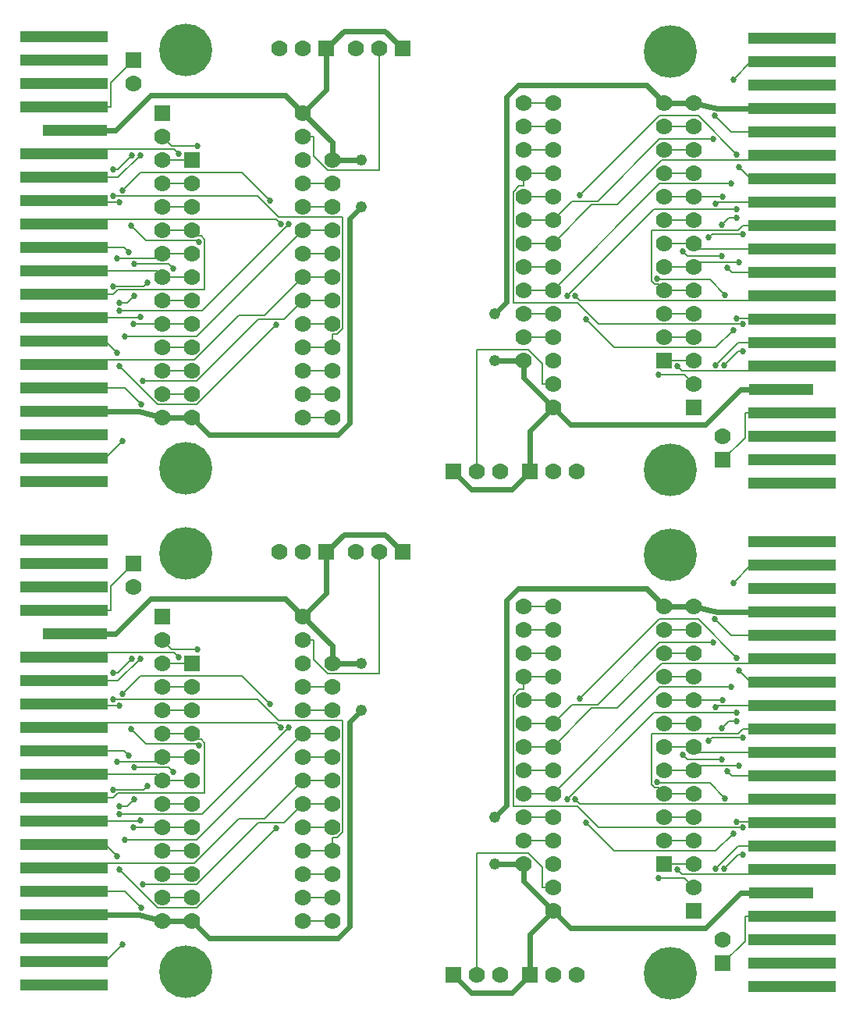
<source format=gbr>
%TF.GenerationSoftware,KiCad,Pcbnew,(5.1.10)-1*%
%TF.CreationDate,2022-10-07T13:26:38-03:00*%
%TF.ProjectId,CoCoEPROMpak,436f436f-4550-4524-9f4d-70616b2e6b69,rev?*%
%TF.SameCoordinates,Original*%
%TF.FileFunction,Copper,L1,Top*%
%TF.FilePolarity,Positive*%
%FSLAX46Y46*%
G04 Gerber Fmt 4.6, Leading zero omitted, Abs format (unit mm)*
G04 Created by KiCad (PCBNEW (5.1.10)-1) date 2022-10-07 13:26:38*
%MOMM*%
%LPD*%
G01*
G04 APERTURE LIST*
%TA.AperFunction,ComponentPad*%
%ADD10C,1.219200*%
%TD*%
%TA.AperFunction,ComponentPad*%
%ADD11R,1.778000X1.778000*%
%TD*%
%TA.AperFunction,ComponentPad*%
%ADD12C,1.778000*%
%TD*%
%TA.AperFunction,SMDPad,CuDef*%
%ADD13R,9.525000X1.270000*%
%TD*%
%TA.AperFunction,SMDPad,CuDef*%
%ADD14R,6.985000X1.270000*%
%TD*%
%TA.AperFunction,ComponentPad*%
%ADD15C,5.715000*%
%TD*%
%TA.AperFunction,ViaPad*%
%ADD16C,0.685800*%
%TD*%
%TA.AperFunction,Conductor*%
%ADD17C,0.609600*%
%TD*%
%TA.AperFunction,Conductor*%
%ADD18C,0.152400*%
%TD*%
G04 APERTURE END LIST*
D10*
%TO.P,C1,1*%
%TO.N,+5V*%
X134213600Y-130263900D03*
%TO.P,C1,2*%
%TO.N,GND*%
X134213600Y-125183900D03*
%TD*%
D11*
%TO.P,U2,1*%
%TO.N,Net-(JP3-Pad2)*%
X155803600Y-135343900D03*
D12*
%TO.P,U2,2*%
%TO.N,/A12*%
X155803600Y-132803900D03*
%TO.P,U2,7*%
%TO.N,/A3*%
X155803600Y-120103900D03*
%TO.P,U2,8*%
%TO.N,/A2*%
X155803600Y-117563900D03*
%TO.P,U2,3*%
%TO.N,/A7*%
X155803600Y-130263900D03*
%TO.P,U2,4*%
%TO.N,/A6*%
X155803600Y-127723900D03*
%TO.P,U2,6*%
%TO.N,/A4*%
X155803600Y-122643900D03*
%TO.P,U2,5*%
%TO.N,/A5*%
X155803600Y-125183900D03*
%TO.P,U2,9*%
%TO.N,/A1*%
X155803600Y-115023900D03*
%TO.P,U2,10*%
%TO.N,/A0*%
X155803600Y-112483900D03*
%TO.P,U2,11*%
%TO.N,/D0*%
X155803600Y-109943900D03*
%TO.P,U2,12*%
%TO.N,/D1*%
X155803600Y-107403900D03*
%TO.P,U2,13*%
%TO.N,/D2*%
X155803600Y-104863900D03*
%TO.P,U2,14*%
%TO.N,GND*%
X155803600Y-102323900D03*
%TO.P,U2,15*%
%TO.N,/D3*%
X140563600Y-102323900D03*
%TO.P,U2,16*%
%TO.N,/D4*%
X140563600Y-104863900D03*
%TO.P,U2,17*%
%TO.N,/D5*%
X140563600Y-107403900D03*
%TO.P,U2,18*%
%TO.N,/D6*%
X140563600Y-109943900D03*
%TO.P,U2,19*%
%TO.N,/D7*%
X140563600Y-112483900D03*
%TO.P,U2,20*%
%TO.N,Net-(P1-Pad32)*%
X140563600Y-115023900D03*
%TO.P,U2,21*%
%TO.N,/A10*%
X140563600Y-117563900D03*
%TO.P,U2,22*%
%TO.N,Net-(P1-Pad32)*%
X140563600Y-120103900D03*
%TO.P,U2,23*%
%TO.N,/A11*%
X140563600Y-122643900D03*
%TO.P,U2,24*%
%TO.N,/A9*%
X140563600Y-125183900D03*
%TO.P,U2,25*%
%TO.N,/A8*%
X140563600Y-127723900D03*
%TO.P,U2,26*%
%TO.N,/A13*%
X140563600Y-130263900D03*
%TO.P,U2,27*%
%TO.N,Net-(JP2-Pad2)*%
X140563600Y-132803900D03*
%TO.P,U2,28*%
%TO.N,+5V*%
X140563600Y-135343900D03*
%TD*%
D11*
%TO.P,JP1,1*%
%TO.N,Net-(JP1-Pad1)*%
X158978600Y-141058900D03*
D12*
%TO.P,JP1,2*%
%TO.N,Net-(JP1-Pad2)*%
X158978600Y-138518900D03*
%TD*%
D13*
%TO.P,P1,1*%
%TO.N,Net-(P1-Pad1)*%
X166471600Y-143598900D03*
%TO.P,P1,3*%
%TO.N,Net-(P1-Pad3)*%
X166471600Y-141058900D03*
%TO.P,P1,5*%
%TO.N,Net-(P1-Pad5)*%
X166471600Y-138518900D03*
%TO.P,P1,7*%
%TO.N,Net-(JP1-Pad1)*%
X166471600Y-135978900D03*
D14*
%TO.P,P1,9*%
%TO.N,+5V*%
X165328600Y-133438900D03*
D13*
%TO.P,P1,11*%
%TO.N,/D1*%
X166471600Y-130898900D03*
%TO.P,P1,13*%
%TO.N,/D3*%
X166471600Y-128358900D03*
%TO.P,P1,15*%
%TO.N,/D5*%
X166471600Y-125818900D03*
%TO.P,P1,17*%
%TO.N,/D7*%
X166471600Y-123278900D03*
%TO.P,P1,19*%
%TO.N,/A0*%
X166471600Y-120738900D03*
%TO.P,P1,21*%
%TO.N,/A2*%
X166471600Y-118198900D03*
%TO.P,P1,23*%
%TO.N,/A4*%
X166471600Y-115658900D03*
%TO.P,P1,25*%
%TO.N,/A6*%
X166471600Y-113118900D03*
%TO.P,P1,27*%
%TO.N,/A8*%
X166471600Y-110578900D03*
%TO.P,P1,29*%
%TO.N,/A10*%
X166471600Y-108038900D03*
%TO.P,P1,31*%
%TO.N,/A12*%
X166471600Y-105498900D03*
%TO.P,P1,33*%
%TO.N,GND*%
X166471600Y-102958900D03*
%TO.P,P1,35*%
%TO.N,Net-(P1-Pad35)*%
X166471600Y-100418900D03*
%TO.P,P1,37*%
%TO.N,/A13*%
X166471600Y-97878900D03*
%TO.P,P1,39*%
%TO.N,Net-(P1-Pad39)*%
X166471600Y-95338900D03*
D15*
%TO.P,P1,MTG1*%
%TO.N,Net-(P1-PadMTG1)*%
X153263600Y-142138400D03*
%TO.P,P1,MTG2*%
%TO.N,Net-(P1-PadMTG2)*%
X153263600Y-96799400D03*
%TD*%
D11*
%TO.P,JP3,1*%
%TO.N,+5V*%
X138023600Y-142328900D03*
D12*
%TO.P,JP3,2*%
%TO.N,Net-(JP3-Pad2)*%
X140563600Y-142328900D03*
%TO.P,JP3,3*%
%TO.N,GND*%
X143103600Y-142328900D03*
%TD*%
D11*
%TO.P,JP2,1*%
%TO.N,+5V*%
X129768600Y-142328900D03*
D12*
%TO.P,JP2,2*%
%TO.N,Net-(JP2-Pad2)*%
X132308600Y-142328900D03*
%TO.P,JP2,3*%
%TO.N,GND*%
X134848600Y-142328900D03*
%TD*%
D11*
%TO.P,U1,1*%
%TO.N,/A7*%
X152628600Y-130263900D03*
D12*
%TO.P,U1,2*%
%TO.N,/A6*%
X152628600Y-127723900D03*
%TO.P,U1,7*%
%TO.N,/A1*%
X152628600Y-115023900D03*
%TO.P,U1,8*%
%TO.N,/A0*%
X152628600Y-112483900D03*
%TO.P,U1,3*%
%TO.N,/A5*%
X152628600Y-125183900D03*
%TO.P,U1,4*%
%TO.N,/A4*%
X152628600Y-122643900D03*
%TO.P,U1,6*%
%TO.N,/A2*%
X152628600Y-117563900D03*
%TO.P,U1,5*%
%TO.N,/A3*%
X152628600Y-120103900D03*
%TO.P,U1,9*%
%TO.N,/D0*%
X152628600Y-109943900D03*
%TO.P,U1,10*%
%TO.N,/D1*%
X152628600Y-107403900D03*
%TO.P,U1,11*%
%TO.N,/D2*%
X152628600Y-104863900D03*
%TO.P,U1,12*%
%TO.N,GND*%
X152628600Y-102323900D03*
%TO.P,U1,13*%
%TO.N,/D3*%
X137388600Y-102323900D03*
%TO.P,U1,14*%
%TO.N,/D4*%
X137388600Y-104863900D03*
%TO.P,U1,15*%
%TO.N,/D5*%
X137388600Y-107403900D03*
%TO.P,U1,16*%
%TO.N,/D6*%
X137388600Y-109943900D03*
%TO.P,U1,17*%
%TO.N,/D7*%
X137388600Y-112483900D03*
%TO.P,U1,18*%
%TO.N,Net-(P1-Pad32)*%
X137388600Y-115023900D03*
%TO.P,U1,19*%
%TO.N,/A10*%
X137388600Y-117563900D03*
%TO.P,U1,20*%
%TO.N,Net-(P1-Pad32)*%
X137388600Y-120103900D03*
%TO.P,U1,21*%
%TO.N,/A11*%
X137388600Y-122643900D03*
%TO.P,U1,22*%
%TO.N,/A9*%
X137388600Y-125183900D03*
%TO.P,U1,23*%
%TO.N,/A8*%
X137388600Y-127723900D03*
%TO.P,U1,24*%
%TO.N,+5V*%
X137388600Y-130263900D03*
%TD*%
D15*
%TO.P,P1,MTG2*%
%TO.N,Net-(P1-PadMTG2)*%
X153263600Y-42189400D03*
%TO.P,P1,MTG1*%
%TO.N,Net-(P1-PadMTG1)*%
X153263600Y-87528400D03*
D13*
%TO.P,P1,39*%
%TO.N,Net-(P1-Pad39)*%
X166471600Y-40728900D03*
%TO.P,P1,37*%
%TO.N,/A13*%
X166471600Y-43268900D03*
%TO.P,P1,35*%
%TO.N,Net-(P1-Pad35)*%
X166471600Y-45808900D03*
%TO.P,P1,33*%
%TO.N,GND*%
X166471600Y-48348900D03*
%TO.P,P1,31*%
%TO.N,/A12*%
X166471600Y-50888900D03*
%TO.P,P1,29*%
%TO.N,/A10*%
X166471600Y-53428900D03*
%TO.P,P1,27*%
%TO.N,/A8*%
X166471600Y-55968900D03*
%TO.P,P1,25*%
%TO.N,/A6*%
X166471600Y-58508900D03*
%TO.P,P1,23*%
%TO.N,/A4*%
X166471600Y-61048900D03*
%TO.P,P1,21*%
%TO.N,/A2*%
X166471600Y-63588900D03*
%TO.P,P1,19*%
%TO.N,/A0*%
X166471600Y-66128900D03*
%TO.P,P1,17*%
%TO.N,/D7*%
X166471600Y-68668900D03*
%TO.P,P1,15*%
%TO.N,/D5*%
X166471600Y-71208900D03*
%TO.P,P1,13*%
%TO.N,/D3*%
X166471600Y-73748900D03*
%TO.P,P1,11*%
%TO.N,/D1*%
X166471600Y-76288900D03*
D14*
%TO.P,P1,9*%
%TO.N,+5V*%
X165328600Y-78828900D03*
D13*
%TO.P,P1,7*%
%TO.N,Net-(JP1-Pad1)*%
X166471600Y-81368900D03*
%TO.P,P1,5*%
%TO.N,Net-(P1-Pad5)*%
X166471600Y-83908900D03*
%TO.P,P1,3*%
%TO.N,Net-(P1-Pad3)*%
X166471600Y-86448900D03*
%TO.P,P1,1*%
%TO.N,Net-(P1-Pad1)*%
X166471600Y-88988900D03*
%TD*%
D12*
%TO.P,U1,24*%
%TO.N,+5V*%
X137388600Y-75653900D03*
%TO.P,U1,23*%
%TO.N,/A8*%
X137388600Y-73113900D03*
%TO.P,U1,22*%
%TO.N,/A9*%
X137388600Y-70573900D03*
%TO.P,U1,21*%
%TO.N,/A11*%
X137388600Y-68033900D03*
%TO.P,U1,20*%
%TO.N,Net-(P1-Pad32)*%
X137388600Y-65493900D03*
%TO.P,U1,19*%
%TO.N,/A10*%
X137388600Y-62953900D03*
%TO.P,U1,18*%
%TO.N,Net-(P1-Pad32)*%
X137388600Y-60413900D03*
%TO.P,U1,17*%
%TO.N,/D7*%
X137388600Y-57873900D03*
%TO.P,U1,16*%
%TO.N,/D6*%
X137388600Y-55333900D03*
%TO.P,U1,15*%
%TO.N,/D5*%
X137388600Y-52793900D03*
%TO.P,U1,14*%
%TO.N,/D4*%
X137388600Y-50253900D03*
%TO.P,U1,13*%
%TO.N,/D3*%
X137388600Y-47713900D03*
%TO.P,U1,12*%
%TO.N,GND*%
X152628600Y-47713900D03*
%TO.P,U1,11*%
%TO.N,/D2*%
X152628600Y-50253900D03*
%TO.P,U1,10*%
%TO.N,/D1*%
X152628600Y-52793900D03*
%TO.P,U1,9*%
%TO.N,/D0*%
X152628600Y-55333900D03*
%TO.P,U1,5*%
%TO.N,/A3*%
X152628600Y-65493900D03*
%TO.P,U1,6*%
%TO.N,/A2*%
X152628600Y-62953900D03*
%TO.P,U1,4*%
%TO.N,/A4*%
X152628600Y-68033900D03*
%TO.P,U1,3*%
%TO.N,/A5*%
X152628600Y-70573900D03*
%TO.P,U1,8*%
%TO.N,/A0*%
X152628600Y-57873900D03*
%TO.P,U1,7*%
%TO.N,/A1*%
X152628600Y-60413900D03*
%TO.P,U1,2*%
%TO.N,/A6*%
X152628600Y-73113900D03*
D11*
%TO.P,U1,1*%
%TO.N,/A7*%
X152628600Y-75653900D03*
%TD*%
D12*
%TO.P,JP1,2*%
%TO.N,Net-(JP1-Pad2)*%
X158978600Y-83908900D03*
D11*
%TO.P,JP1,1*%
%TO.N,Net-(JP1-Pad1)*%
X158978600Y-86448900D03*
%TD*%
D10*
%TO.P,C1,2*%
%TO.N,GND*%
X134213600Y-70573900D03*
%TO.P,C1,1*%
%TO.N,+5V*%
X134213600Y-75653900D03*
%TD*%
D12*
%TO.P,U2,28*%
%TO.N,+5V*%
X140563600Y-80733900D03*
%TO.P,U2,27*%
%TO.N,Net-(JP2-Pad2)*%
X140563600Y-78193900D03*
%TO.P,U2,26*%
%TO.N,/A13*%
X140563600Y-75653900D03*
%TO.P,U2,25*%
%TO.N,/A8*%
X140563600Y-73113900D03*
%TO.P,U2,24*%
%TO.N,/A9*%
X140563600Y-70573900D03*
%TO.P,U2,23*%
%TO.N,/A11*%
X140563600Y-68033900D03*
%TO.P,U2,22*%
%TO.N,Net-(P1-Pad32)*%
X140563600Y-65493900D03*
%TO.P,U2,21*%
%TO.N,/A10*%
X140563600Y-62953900D03*
%TO.P,U2,20*%
%TO.N,Net-(P1-Pad32)*%
X140563600Y-60413900D03*
%TO.P,U2,19*%
%TO.N,/D7*%
X140563600Y-57873900D03*
%TO.P,U2,18*%
%TO.N,/D6*%
X140563600Y-55333900D03*
%TO.P,U2,17*%
%TO.N,/D5*%
X140563600Y-52793900D03*
%TO.P,U2,16*%
%TO.N,/D4*%
X140563600Y-50253900D03*
%TO.P,U2,15*%
%TO.N,/D3*%
X140563600Y-47713900D03*
%TO.P,U2,14*%
%TO.N,GND*%
X155803600Y-47713900D03*
%TO.P,U2,13*%
%TO.N,/D2*%
X155803600Y-50253900D03*
%TO.P,U2,12*%
%TO.N,/D1*%
X155803600Y-52793900D03*
%TO.P,U2,11*%
%TO.N,/D0*%
X155803600Y-55333900D03*
%TO.P,U2,10*%
%TO.N,/A0*%
X155803600Y-57873900D03*
%TO.P,U2,9*%
%TO.N,/A1*%
X155803600Y-60413900D03*
%TO.P,U2,5*%
%TO.N,/A5*%
X155803600Y-70573900D03*
%TO.P,U2,6*%
%TO.N,/A4*%
X155803600Y-68033900D03*
%TO.P,U2,4*%
%TO.N,/A6*%
X155803600Y-73113900D03*
%TO.P,U2,3*%
%TO.N,/A7*%
X155803600Y-75653900D03*
%TO.P,U2,8*%
%TO.N,/A2*%
X155803600Y-62953900D03*
%TO.P,U2,7*%
%TO.N,/A3*%
X155803600Y-65493900D03*
%TO.P,U2,2*%
%TO.N,/A12*%
X155803600Y-78193900D03*
D11*
%TO.P,U2,1*%
%TO.N,Net-(JP3-Pad2)*%
X155803600Y-80733900D03*
%TD*%
D12*
%TO.P,JP3,3*%
%TO.N,GND*%
X143103600Y-87718900D03*
%TO.P,JP3,2*%
%TO.N,Net-(JP3-Pad2)*%
X140563600Y-87718900D03*
D11*
%TO.P,JP3,1*%
%TO.N,+5V*%
X138023600Y-87718900D03*
%TD*%
D12*
%TO.P,JP2,3*%
%TO.N,GND*%
X134848600Y-87718900D03*
%TO.P,JP2,2*%
%TO.N,Net-(JP2-Pad2)*%
X132308600Y-87718900D03*
D11*
%TO.P,JP2,1*%
%TO.N,+5V*%
X129768600Y-87718900D03*
%TD*%
D10*
%TO.P,C1,1*%
%TO.N,+5V*%
X119786400Y-108496100D03*
%TO.P,C1,2*%
%TO.N,GND*%
X119786400Y-113576100D03*
%TD*%
D11*
%TO.P,U2,1*%
%TO.N,Net-(JP3-Pad2)*%
X98196400Y-103416100D03*
D12*
%TO.P,U2,2*%
%TO.N,/A12*%
X98196400Y-105956100D03*
%TO.P,U2,7*%
%TO.N,/A3*%
X98196400Y-118656100D03*
%TO.P,U2,8*%
%TO.N,/A2*%
X98196400Y-121196100D03*
%TO.P,U2,3*%
%TO.N,/A7*%
X98196400Y-108496100D03*
%TO.P,U2,4*%
%TO.N,/A6*%
X98196400Y-111036100D03*
%TO.P,U2,6*%
%TO.N,/A4*%
X98196400Y-116116100D03*
%TO.P,U2,5*%
%TO.N,/A5*%
X98196400Y-113576100D03*
%TO.P,U2,9*%
%TO.N,/A1*%
X98196400Y-123736100D03*
%TO.P,U2,10*%
%TO.N,/A0*%
X98196400Y-126276100D03*
%TO.P,U2,11*%
%TO.N,/D0*%
X98196400Y-128816100D03*
%TO.P,U2,12*%
%TO.N,/D1*%
X98196400Y-131356100D03*
%TO.P,U2,13*%
%TO.N,/D2*%
X98196400Y-133896100D03*
%TO.P,U2,14*%
%TO.N,GND*%
X98196400Y-136436100D03*
%TO.P,U2,15*%
%TO.N,/D3*%
X113436400Y-136436100D03*
%TO.P,U2,16*%
%TO.N,/D4*%
X113436400Y-133896100D03*
%TO.P,U2,17*%
%TO.N,/D5*%
X113436400Y-131356100D03*
%TO.P,U2,18*%
%TO.N,/D6*%
X113436400Y-128816100D03*
%TO.P,U2,19*%
%TO.N,/D7*%
X113436400Y-126276100D03*
%TO.P,U2,20*%
%TO.N,Net-(P1-Pad32)*%
X113436400Y-123736100D03*
%TO.P,U2,21*%
%TO.N,/A10*%
X113436400Y-121196100D03*
%TO.P,U2,22*%
%TO.N,Net-(P1-Pad32)*%
X113436400Y-118656100D03*
%TO.P,U2,23*%
%TO.N,/A11*%
X113436400Y-116116100D03*
%TO.P,U2,24*%
%TO.N,/A9*%
X113436400Y-113576100D03*
%TO.P,U2,25*%
%TO.N,/A8*%
X113436400Y-111036100D03*
%TO.P,U2,26*%
%TO.N,/A13*%
X113436400Y-108496100D03*
%TO.P,U2,27*%
%TO.N,Net-(JP2-Pad2)*%
X113436400Y-105956100D03*
%TO.P,U2,28*%
%TO.N,+5V*%
X113436400Y-103416100D03*
%TD*%
D11*
%TO.P,JP1,1*%
%TO.N,Net-(JP1-Pad1)*%
X95021400Y-97701100D03*
D12*
%TO.P,JP1,2*%
%TO.N,Net-(JP1-Pad2)*%
X95021400Y-100241100D03*
%TD*%
D13*
%TO.P,P1,1*%
%TO.N,Net-(P1-Pad1)*%
X87528400Y-95161100D03*
%TO.P,P1,3*%
%TO.N,Net-(P1-Pad3)*%
X87528400Y-97701100D03*
%TO.P,P1,5*%
%TO.N,Net-(P1-Pad5)*%
X87528400Y-100241100D03*
%TO.P,P1,7*%
%TO.N,Net-(JP1-Pad1)*%
X87528400Y-102781100D03*
D14*
%TO.P,P1,9*%
%TO.N,+5V*%
X88671400Y-105321100D03*
D13*
%TO.P,P1,11*%
%TO.N,/D1*%
X87528400Y-107861100D03*
%TO.P,P1,13*%
%TO.N,/D3*%
X87528400Y-110401100D03*
%TO.P,P1,15*%
%TO.N,/D5*%
X87528400Y-112941100D03*
%TO.P,P1,17*%
%TO.N,/D7*%
X87528400Y-115481100D03*
%TO.P,P1,19*%
%TO.N,/A0*%
X87528400Y-118021100D03*
%TO.P,P1,21*%
%TO.N,/A2*%
X87528400Y-120561100D03*
%TO.P,P1,23*%
%TO.N,/A4*%
X87528400Y-123101100D03*
%TO.P,P1,25*%
%TO.N,/A6*%
X87528400Y-125641100D03*
%TO.P,P1,27*%
%TO.N,/A8*%
X87528400Y-128181100D03*
%TO.P,P1,29*%
%TO.N,/A10*%
X87528400Y-130721100D03*
%TO.P,P1,31*%
%TO.N,/A12*%
X87528400Y-133261100D03*
%TO.P,P1,33*%
%TO.N,GND*%
X87528400Y-135801100D03*
%TO.P,P1,35*%
%TO.N,Net-(P1-Pad35)*%
X87528400Y-138341100D03*
%TO.P,P1,37*%
%TO.N,/A13*%
X87528400Y-140881100D03*
%TO.P,P1,39*%
%TO.N,Net-(P1-Pad39)*%
X87528400Y-143421100D03*
D15*
%TO.P,P1,MTG1*%
%TO.N,Net-(P1-PadMTG1)*%
X100736400Y-96621600D03*
%TO.P,P1,MTG2*%
%TO.N,Net-(P1-PadMTG2)*%
X100736400Y-141960600D03*
%TD*%
D11*
%TO.P,JP3,1*%
%TO.N,+5V*%
X115976400Y-96431100D03*
D12*
%TO.P,JP3,2*%
%TO.N,Net-(JP3-Pad2)*%
X113436400Y-96431100D03*
%TO.P,JP3,3*%
%TO.N,GND*%
X110896400Y-96431100D03*
%TD*%
D11*
%TO.P,JP2,1*%
%TO.N,+5V*%
X124231400Y-96431100D03*
D12*
%TO.P,JP2,2*%
%TO.N,Net-(JP2-Pad2)*%
X121691400Y-96431100D03*
%TO.P,JP2,3*%
%TO.N,GND*%
X119151400Y-96431100D03*
%TD*%
D11*
%TO.P,U1,1*%
%TO.N,/A7*%
X101371400Y-108496100D03*
D12*
%TO.P,U1,2*%
%TO.N,/A6*%
X101371400Y-111036100D03*
%TO.P,U1,7*%
%TO.N,/A1*%
X101371400Y-123736100D03*
%TO.P,U1,8*%
%TO.N,/A0*%
X101371400Y-126276100D03*
%TO.P,U1,3*%
%TO.N,/A5*%
X101371400Y-113576100D03*
%TO.P,U1,4*%
%TO.N,/A4*%
X101371400Y-116116100D03*
%TO.P,U1,6*%
%TO.N,/A2*%
X101371400Y-121196100D03*
%TO.P,U1,5*%
%TO.N,/A3*%
X101371400Y-118656100D03*
%TO.P,U1,9*%
%TO.N,/D0*%
X101371400Y-128816100D03*
%TO.P,U1,10*%
%TO.N,/D1*%
X101371400Y-131356100D03*
%TO.P,U1,11*%
%TO.N,/D2*%
X101371400Y-133896100D03*
%TO.P,U1,12*%
%TO.N,GND*%
X101371400Y-136436100D03*
%TO.P,U1,13*%
%TO.N,/D3*%
X116611400Y-136436100D03*
%TO.P,U1,14*%
%TO.N,/D4*%
X116611400Y-133896100D03*
%TO.P,U1,15*%
%TO.N,/D5*%
X116611400Y-131356100D03*
%TO.P,U1,16*%
%TO.N,/D6*%
X116611400Y-128816100D03*
%TO.P,U1,17*%
%TO.N,/D7*%
X116611400Y-126276100D03*
%TO.P,U1,18*%
%TO.N,Net-(P1-Pad32)*%
X116611400Y-123736100D03*
%TO.P,U1,19*%
%TO.N,/A10*%
X116611400Y-121196100D03*
%TO.P,U1,20*%
%TO.N,Net-(P1-Pad32)*%
X116611400Y-118656100D03*
%TO.P,U1,21*%
%TO.N,/A11*%
X116611400Y-116116100D03*
%TO.P,U1,22*%
%TO.N,/A9*%
X116611400Y-113576100D03*
%TO.P,U1,23*%
%TO.N,/A8*%
X116611400Y-111036100D03*
%TO.P,U1,24*%
%TO.N,+5V*%
X116611400Y-108496100D03*
%TD*%
D15*
%TO.P,P1,MTG2*%
%TO.N,Net-(P1-PadMTG2)*%
X100736400Y-87350600D03*
%TO.P,P1,MTG1*%
%TO.N,Net-(P1-PadMTG1)*%
X100736400Y-42011600D03*
D13*
%TO.P,P1,39*%
%TO.N,Net-(P1-Pad39)*%
X87528400Y-88811100D03*
%TO.P,P1,37*%
%TO.N,/A13*%
X87528400Y-86271100D03*
%TO.P,P1,35*%
%TO.N,Net-(P1-Pad35)*%
X87528400Y-83731100D03*
%TO.P,P1,33*%
%TO.N,GND*%
X87528400Y-81191100D03*
%TO.P,P1,31*%
%TO.N,/A12*%
X87528400Y-78651100D03*
%TO.P,P1,29*%
%TO.N,/A10*%
X87528400Y-76111100D03*
%TO.P,P1,27*%
%TO.N,/A8*%
X87528400Y-73571100D03*
%TO.P,P1,25*%
%TO.N,/A6*%
X87528400Y-71031100D03*
%TO.P,P1,23*%
%TO.N,/A4*%
X87528400Y-68491100D03*
%TO.P,P1,21*%
%TO.N,/A2*%
X87528400Y-65951100D03*
%TO.P,P1,19*%
%TO.N,/A0*%
X87528400Y-63411100D03*
%TO.P,P1,17*%
%TO.N,/D7*%
X87528400Y-60871100D03*
%TO.P,P1,15*%
%TO.N,/D5*%
X87528400Y-58331100D03*
%TO.P,P1,13*%
%TO.N,/D3*%
X87528400Y-55791100D03*
%TO.P,P1,11*%
%TO.N,/D1*%
X87528400Y-53251100D03*
D14*
%TO.P,P1,9*%
%TO.N,+5V*%
X88671400Y-50711100D03*
D13*
%TO.P,P1,7*%
%TO.N,Net-(JP1-Pad1)*%
X87528400Y-48171100D03*
%TO.P,P1,5*%
%TO.N,Net-(P1-Pad5)*%
X87528400Y-45631100D03*
%TO.P,P1,3*%
%TO.N,Net-(P1-Pad3)*%
X87528400Y-43091100D03*
%TO.P,P1,1*%
%TO.N,Net-(P1-Pad1)*%
X87528400Y-40551100D03*
%TD*%
D12*
%TO.P,U1,24*%
%TO.N,+5V*%
X116611400Y-53886100D03*
%TO.P,U1,23*%
%TO.N,/A8*%
X116611400Y-56426100D03*
%TO.P,U1,22*%
%TO.N,/A9*%
X116611400Y-58966100D03*
%TO.P,U1,21*%
%TO.N,/A11*%
X116611400Y-61506100D03*
%TO.P,U1,20*%
%TO.N,Net-(P1-Pad32)*%
X116611400Y-64046100D03*
%TO.P,U1,19*%
%TO.N,/A10*%
X116611400Y-66586100D03*
%TO.P,U1,18*%
%TO.N,Net-(P1-Pad32)*%
X116611400Y-69126100D03*
%TO.P,U1,17*%
%TO.N,/D7*%
X116611400Y-71666100D03*
%TO.P,U1,16*%
%TO.N,/D6*%
X116611400Y-74206100D03*
%TO.P,U1,15*%
%TO.N,/D5*%
X116611400Y-76746100D03*
%TO.P,U1,14*%
%TO.N,/D4*%
X116611400Y-79286100D03*
%TO.P,U1,13*%
%TO.N,/D3*%
X116611400Y-81826100D03*
%TO.P,U1,12*%
%TO.N,GND*%
X101371400Y-81826100D03*
%TO.P,U1,11*%
%TO.N,/D2*%
X101371400Y-79286100D03*
%TO.P,U1,10*%
%TO.N,/D1*%
X101371400Y-76746100D03*
%TO.P,U1,9*%
%TO.N,/D0*%
X101371400Y-74206100D03*
%TO.P,U1,5*%
%TO.N,/A3*%
X101371400Y-64046100D03*
%TO.P,U1,6*%
%TO.N,/A2*%
X101371400Y-66586100D03*
%TO.P,U1,4*%
%TO.N,/A4*%
X101371400Y-61506100D03*
%TO.P,U1,3*%
%TO.N,/A5*%
X101371400Y-58966100D03*
%TO.P,U1,8*%
%TO.N,/A0*%
X101371400Y-71666100D03*
%TO.P,U1,7*%
%TO.N,/A1*%
X101371400Y-69126100D03*
%TO.P,U1,2*%
%TO.N,/A6*%
X101371400Y-56426100D03*
D11*
%TO.P,U1,1*%
%TO.N,/A7*%
X101371400Y-53886100D03*
%TD*%
D10*
%TO.P,C1,2*%
%TO.N,GND*%
X119786400Y-58966100D03*
%TO.P,C1,1*%
%TO.N,+5V*%
X119786400Y-53886100D03*
%TD*%
D12*
%TO.P,JP1,2*%
%TO.N,Net-(JP1-Pad2)*%
X95021400Y-45631100D03*
D11*
%TO.P,JP1,1*%
%TO.N,Net-(JP1-Pad1)*%
X95021400Y-43091100D03*
%TD*%
D12*
%TO.P,U2,28*%
%TO.N,+5V*%
X113436400Y-48806100D03*
%TO.P,U2,27*%
%TO.N,Net-(JP2-Pad2)*%
X113436400Y-51346100D03*
%TO.P,U2,26*%
%TO.N,/A13*%
X113436400Y-53886100D03*
%TO.P,U2,25*%
%TO.N,/A8*%
X113436400Y-56426100D03*
%TO.P,U2,24*%
%TO.N,/A9*%
X113436400Y-58966100D03*
%TO.P,U2,23*%
%TO.N,/A11*%
X113436400Y-61506100D03*
%TO.P,U2,22*%
%TO.N,Net-(P1-Pad32)*%
X113436400Y-64046100D03*
%TO.P,U2,21*%
%TO.N,/A10*%
X113436400Y-66586100D03*
%TO.P,U2,20*%
%TO.N,Net-(P1-Pad32)*%
X113436400Y-69126100D03*
%TO.P,U2,19*%
%TO.N,/D7*%
X113436400Y-71666100D03*
%TO.P,U2,18*%
%TO.N,/D6*%
X113436400Y-74206100D03*
%TO.P,U2,17*%
%TO.N,/D5*%
X113436400Y-76746100D03*
%TO.P,U2,16*%
%TO.N,/D4*%
X113436400Y-79286100D03*
%TO.P,U2,15*%
%TO.N,/D3*%
X113436400Y-81826100D03*
%TO.P,U2,14*%
%TO.N,GND*%
X98196400Y-81826100D03*
%TO.P,U2,13*%
%TO.N,/D2*%
X98196400Y-79286100D03*
%TO.P,U2,12*%
%TO.N,/D1*%
X98196400Y-76746100D03*
%TO.P,U2,11*%
%TO.N,/D0*%
X98196400Y-74206100D03*
%TO.P,U2,10*%
%TO.N,/A0*%
X98196400Y-71666100D03*
%TO.P,U2,9*%
%TO.N,/A1*%
X98196400Y-69126100D03*
%TO.P,U2,5*%
%TO.N,/A5*%
X98196400Y-58966100D03*
%TO.P,U2,6*%
%TO.N,/A4*%
X98196400Y-61506100D03*
%TO.P,U2,4*%
%TO.N,/A6*%
X98196400Y-56426100D03*
%TO.P,U2,3*%
%TO.N,/A7*%
X98196400Y-53886100D03*
%TO.P,U2,8*%
%TO.N,/A2*%
X98196400Y-66586100D03*
%TO.P,U2,7*%
%TO.N,/A3*%
X98196400Y-64046100D03*
%TO.P,U2,2*%
%TO.N,/A12*%
X98196400Y-51346100D03*
D11*
%TO.P,U2,1*%
%TO.N,Net-(JP3-Pad2)*%
X98196400Y-48806100D03*
%TD*%
D12*
%TO.P,JP2,3*%
%TO.N,GND*%
X119151400Y-41821100D03*
%TO.P,JP2,2*%
%TO.N,Net-(JP2-Pad2)*%
X121691400Y-41821100D03*
D11*
%TO.P,JP2,1*%
%TO.N,+5V*%
X124231400Y-41821100D03*
%TD*%
D12*
%TO.P,JP3,3*%
%TO.N,GND*%
X110896400Y-41821100D03*
%TO.P,JP3,2*%
%TO.N,Net-(JP3-Pad2)*%
X113436400Y-41821100D03*
D11*
%TO.P,JP3,1*%
%TO.N,+5V*%
X115976400Y-41821100D03*
%TD*%
D16*
%TO.N,Net-(P1-Pad32)*%
X96037400Y-77889100D03*
X96037400Y-132499100D03*
X157962600Y-51650900D03*
X157962600Y-106260900D03*
%TO.N,/A0*%
X95021400Y-71666100D03*
X94513400Y-63919100D03*
%TO.N,/A3*%
X93243400Y-64554100D03*
%TO.N,/A5*%
X96545400Y-67221100D03*
X92862400Y-67602100D03*
%TO.N,/A6*%
X95783400Y-70904100D03*
%TO.N,/A7*%
X95148400Y-68618100D03*
X93497400Y-69380100D03*
%TO.N,/A8*%
X110515400Y-71793100D03*
X93497400Y-76238100D03*
X93243400Y-74841100D03*
%TO.N,/A9*%
X111912400Y-60871100D03*
X93497400Y-70269100D03*
%TO.N,/A11*%
X94132400Y-73063100D03*
X94132400Y-127673100D03*
X159867600Y-56476900D03*
X159867600Y-111086900D03*
%TO.N,/A9*%
X93497400Y-124879100D03*
X111912400Y-115481100D03*
X142087600Y-68668900D03*
X160502600Y-59270900D03*
X160502600Y-113880900D03*
X142087600Y-123278900D03*
%TO.N,/A7*%
X95148400Y-123228100D03*
X93497400Y-123990100D03*
X158851600Y-60921900D03*
X160502600Y-60159900D03*
X158851600Y-115531900D03*
X160502600Y-114769900D03*
%TO.N,/A5*%
X92862400Y-122212100D03*
X96545400Y-121831100D03*
X161137600Y-61937900D03*
X157454600Y-62318900D03*
X161137600Y-116547900D03*
X157454600Y-116928900D03*
%TO.N,/A3*%
X93243400Y-119164100D03*
X160756600Y-64985900D03*
X160756600Y-119595900D03*
%TO.N,/A12*%
X102006400Y-52362100D03*
X95910400Y-80429100D03*
%TO.N,/A13*%
X93878400Y-84366100D03*
%TO.N,/D0*%
X99339400Y-65697100D03*
X95148400Y-65189100D03*
%TO.N,/D1*%
X99974400Y-53251100D03*
%TO.N,/D2*%
X102133400Y-62776100D03*
X94767400Y-60998100D03*
%TO.N,/D3*%
X95783400Y-53378100D03*
%TO.N,/D4*%
X94894400Y-53378100D03*
X92862400Y-54902100D03*
%TO.N,/D5*%
X109880400Y-58331100D03*
X93878400Y-57188100D03*
X93497400Y-58458100D03*
%TO.N,/D6*%
X92862400Y-57823100D03*
X92862400Y-112433100D03*
X161137600Y-71716900D03*
X161137600Y-126326900D03*
%TO.N,/D4*%
X92862400Y-109512100D03*
X94894400Y-107988100D03*
X161137600Y-74637900D03*
X159105600Y-76161900D03*
X161137600Y-129247900D03*
X159105600Y-130771900D03*
%TO.N,/D2*%
X102133400Y-117386100D03*
X94767400Y-115608100D03*
X159232600Y-68541900D03*
X151866600Y-66763900D03*
X151866600Y-121373900D03*
X159232600Y-123151900D03*
%TO.N,/D0*%
X95148400Y-119799100D03*
X99339400Y-120307100D03*
X158851600Y-64350900D03*
X154660600Y-63842900D03*
X158851600Y-118960900D03*
X154660600Y-118452900D03*
%TO.N,/A13*%
X93878400Y-138976100D03*
X160121600Y-45173900D03*
X160121600Y-99783900D03*
%TO.N,/A12*%
X102006400Y-106972100D03*
X95910400Y-135039100D03*
X151993600Y-77177900D03*
X158089600Y-49110900D03*
X151993600Y-131787900D03*
X158089600Y-103720900D03*
%TO.N,/A8*%
X93243400Y-129451100D03*
X93497400Y-130848100D03*
X110515400Y-126403100D03*
X160756600Y-54698900D03*
X160502600Y-53301900D03*
X143484600Y-57746900D03*
X160756600Y-109308900D03*
X160502600Y-107911900D03*
X143484600Y-112356900D03*
%TO.N,/A6*%
X95783400Y-125514100D03*
X158216600Y-58635900D03*
X158216600Y-113245900D03*
%TO.N,/A0*%
X94513400Y-118529100D03*
X95021400Y-126276100D03*
X158978600Y-57873900D03*
X159486600Y-65620900D03*
X159486600Y-120230900D03*
X158978600Y-112483900D03*
%TO.N,/D7*%
X111023400Y-60871100D03*
X111023400Y-115481100D03*
X142976600Y-68668900D03*
X142976600Y-123278900D03*
%TO.N,/D5*%
X93497400Y-113068100D03*
X109880400Y-112941100D03*
X93878400Y-111798100D03*
X160502600Y-71081900D03*
X160121600Y-72351900D03*
X144119600Y-71208900D03*
X160502600Y-125691900D03*
X144119600Y-125818900D03*
X160121600Y-126961900D03*
%TO.N,/D3*%
X95783400Y-107988100D03*
X158216600Y-76161900D03*
X158216600Y-130771900D03*
%TO.N,/D1*%
X99974400Y-107861100D03*
X154025600Y-76288900D03*
X154025600Y-130898900D03*
%TD*%
D17*
%TO.N,GND*%
X87528400Y-81191100D02*
X95656400Y-81191100D01*
X95656400Y-81191100D02*
X98196400Y-81826100D01*
X98196400Y-81826100D02*
X101371400Y-81826100D01*
X119786400Y-58966100D02*
X118516400Y-60236100D01*
X118516400Y-60236100D02*
X118516400Y-82461100D01*
X118516400Y-82461100D02*
X117246400Y-83731100D01*
X117246400Y-83731100D02*
X103276400Y-83731100D01*
X103276400Y-83731100D02*
X101371400Y-81826100D01*
X87528400Y-135801100D02*
X95656400Y-135801100D01*
X95656400Y-135801100D02*
X98196400Y-136436100D01*
X98196400Y-136436100D02*
X101371400Y-136436100D01*
X117246400Y-138341100D02*
X103276400Y-138341100D01*
X118516400Y-137071100D02*
X117246400Y-138341100D01*
X118516400Y-114846100D02*
X118516400Y-137071100D01*
X119786400Y-113576100D02*
X118516400Y-114846100D01*
X103276400Y-138341100D02*
X101371400Y-136436100D01*
X166471600Y-102958900D02*
X158343600Y-102958900D01*
X158343600Y-102958900D02*
X155803600Y-102323900D01*
X155803600Y-102323900D02*
X152628600Y-102323900D01*
X136753600Y-100418900D02*
X150723600Y-100418900D01*
X135483600Y-101688900D02*
X136753600Y-100418900D01*
X135483600Y-123913900D02*
X135483600Y-101688900D01*
X134213600Y-125183900D02*
X135483600Y-123913900D01*
X150723600Y-100418900D02*
X152628600Y-102323900D01*
X158343600Y-48348900D02*
X155803600Y-47713900D01*
X136753600Y-45808900D02*
X150723600Y-45808900D01*
X135483600Y-47078900D02*
X136753600Y-45808900D01*
X135483600Y-69303900D02*
X135483600Y-47078900D01*
X166471600Y-48348900D02*
X158343600Y-48348900D01*
X155803600Y-47713900D02*
X152628600Y-47713900D01*
X150723600Y-45808900D02*
X152628600Y-47713900D01*
X134213600Y-70573900D02*
X135483600Y-69303900D01*
%TO.N,+5V*%
X119786400Y-53886100D02*
X116611400Y-53886100D01*
X116611400Y-53886100D02*
X116611400Y-51981100D01*
X116611400Y-51981100D02*
X113436400Y-48806100D01*
X88671400Y-50711100D02*
X93116400Y-50711100D01*
X93116400Y-50711100D02*
X96926400Y-46901100D01*
X96926400Y-46901100D02*
X111531400Y-46901100D01*
X111531400Y-46901100D02*
X113436400Y-48806100D01*
X113436400Y-48806100D02*
X115976400Y-46266100D01*
X115976400Y-46266100D02*
X115976400Y-41821100D01*
X115976400Y-41821100D02*
X117881400Y-39916100D01*
X117881400Y-39916100D02*
X122326400Y-39916100D01*
X122326400Y-39916100D02*
X124231400Y-41821100D01*
X88671400Y-105321100D02*
X93116400Y-105321100D01*
X116611400Y-108496100D02*
X116611400Y-106591100D01*
X119786400Y-108496100D02*
X116611400Y-108496100D01*
X116611400Y-106591100D02*
X113436400Y-103416100D01*
X93116400Y-105321100D02*
X96926400Y-101511100D01*
X111531400Y-101511100D02*
X113436400Y-103416100D01*
X115976400Y-96431100D02*
X117881400Y-94526100D01*
X122326400Y-94526100D02*
X124231400Y-96431100D01*
X113436400Y-103416100D02*
X115976400Y-100876100D01*
X117881400Y-94526100D02*
X122326400Y-94526100D01*
X96926400Y-101511100D02*
X111531400Y-101511100D01*
X115976400Y-100876100D02*
X115976400Y-96431100D01*
X165328600Y-133438900D02*
X160883600Y-133438900D01*
X137388600Y-130263900D02*
X137388600Y-132168900D01*
X134213600Y-130263900D02*
X137388600Y-130263900D01*
X137388600Y-132168900D02*
X140563600Y-135343900D01*
X160883600Y-133438900D02*
X157073600Y-137248900D01*
X142468600Y-137248900D02*
X140563600Y-135343900D01*
X138023600Y-142328900D02*
X136118600Y-144233900D01*
X131673600Y-144233900D02*
X129768600Y-142328900D01*
X140563600Y-135343900D02*
X138023600Y-137883900D01*
X136118600Y-144233900D02*
X131673600Y-144233900D01*
X157073600Y-137248900D02*
X142468600Y-137248900D01*
X138023600Y-137883900D02*
X138023600Y-142328900D01*
X137388600Y-75653900D02*
X137388600Y-77558900D01*
X137388600Y-77558900D02*
X140563600Y-80733900D01*
X134213600Y-75653900D02*
X137388600Y-75653900D01*
X160883600Y-78828900D02*
X157073600Y-82638900D01*
X165328600Y-78828900D02*
X160883600Y-78828900D01*
X131673600Y-89623900D02*
X129768600Y-87718900D01*
X157073600Y-82638900D02*
X142468600Y-82638900D01*
X138023600Y-83273900D02*
X138023600Y-87718900D01*
X138023600Y-87718900D02*
X136118600Y-89623900D01*
X142468600Y-82638900D02*
X140563600Y-80733900D01*
X140563600Y-80733900D02*
X138023600Y-83273900D01*
X136118600Y-89623900D02*
X131673600Y-89623900D01*
D18*
%TO.N,Net-(P1-Pad32)*%
X116611400Y-64046100D02*
X113436400Y-64046100D01*
X116611400Y-69126100D02*
X113436400Y-69126100D01*
X111404400Y-71158100D02*
X113436400Y-69126100D01*
X108610400Y-71158100D02*
X111404400Y-71158100D01*
X101879400Y-77889100D02*
X108610400Y-71158100D01*
X96037400Y-77889100D02*
X101879400Y-77889100D01*
X108610400Y-125768100D02*
X111404400Y-125768100D01*
X116611400Y-123736100D02*
X113436400Y-123736100D01*
X111404400Y-125768100D02*
X113436400Y-123736100D01*
X101879400Y-132499100D02*
X108610400Y-125768100D01*
X116611400Y-118656100D02*
X113436400Y-118656100D01*
X96037400Y-132499100D02*
X101879400Y-132499100D01*
X145389600Y-112991900D02*
X142595600Y-112991900D01*
X137388600Y-115023900D02*
X140563600Y-115023900D01*
X142595600Y-112991900D02*
X140563600Y-115023900D01*
X152120600Y-106260900D02*
X145389600Y-112991900D01*
X137388600Y-120103900D02*
X140563600Y-120103900D01*
X157962600Y-106260900D02*
X152120600Y-106260900D01*
X137388600Y-60413900D02*
X140563600Y-60413900D01*
X157962600Y-51650900D02*
X152120600Y-51650900D01*
X152120600Y-51650900D02*
X145389600Y-58381900D01*
X142595600Y-58381900D02*
X140563600Y-60413900D01*
X145389600Y-58381900D02*
X142595600Y-58381900D01*
X137388600Y-65493900D02*
X140563600Y-65493900D01*
%TO.N,Net-(JP1-Pad1)*%
X92608400Y-45504100D02*
X95021400Y-43091100D01*
X92608400Y-48171100D02*
X92608400Y-45504100D01*
X87528400Y-48171100D02*
X92608400Y-48171100D01*
%TO.N,/A0*%
X101371400Y-71666100D02*
X98196400Y-71666100D01*
X95021400Y-71666100D02*
X98196400Y-71666100D01*
X94005400Y-63411100D02*
X94513400Y-63919100D01*
X87528400Y-63411100D02*
X94005400Y-63411100D01*
%TO.N,/A1*%
X101371400Y-69126100D02*
X98196400Y-69126100D01*
%TO.N,/A2*%
X101371400Y-66586100D02*
X98196400Y-66586100D01*
X97561400Y-65951100D02*
X98196400Y-66586100D01*
X87528400Y-65951100D02*
X97561400Y-65951100D01*
%TO.N,/A3*%
X101371400Y-64046100D02*
X98196400Y-64046100D01*
X97688400Y-64554100D02*
X98196400Y-64046100D01*
X93243400Y-64554100D02*
X97688400Y-64554100D01*
%TO.N,/A4*%
X101371400Y-61506100D02*
X98196400Y-61506100D01*
X102006400Y-62141100D02*
X101371400Y-61506100D01*
X102387400Y-62141100D02*
X102006400Y-62141100D01*
X102768400Y-62522100D02*
X102387400Y-62141100D01*
X102768400Y-67983100D02*
X102768400Y-62522100D01*
X93370400Y-67983100D02*
X102768400Y-67983100D01*
X92862400Y-68491100D02*
X93370400Y-67983100D01*
X87528400Y-68491100D02*
X92862400Y-68491100D01*
%TO.N,/A5*%
X101371400Y-58966100D02*
X98196400Y-58966100D01*
X96164400Y-67602100D02*
X96545400Y-67221100D01*
X92862400Y-67602100D02*
X96164400Y-67602100D01*
%TO.N,/A6*%
X101371400Y-56426100D02*
X98196400Y-56426100D01*
X95656400Y-71031100D02*
X95783400Y-70904100D01*
X87528400Y-71031100D02*
X95656400Y-71031100D01*
%TO.N,/A7*%
X101371400Y-53886100D02*
X98196400Y-53886100D01*
X94386400Y-69380100D02*
X95148400Y-68618100D01*
X93497400Y-69380100D02*
X94386400Y-69380100D01*
%TO.N,/A8*%
X116611400Y-56426100D02*
X113436400Y-56426100D01*
X101879400Y-80429100D02*
X110515400Y-71793100D01*
X97688400Y-80429100D02*
X101879400Y-80429100D01*
X93497400Y-76238100D02*
X97688400Y-80429100D01*
X91973400Y-73571100D02*
X93243400Y-74841100D01*
X87528400Y-73571100D02*
X91973400Y-73571100D01*
%TO.N,/A9*%
X116611400Y-58966100D02*
X113436400Y-58966100D01*
X102514400Y-70269100D02*
X111912400Y-60871100D01*
X93497400Y-70269100D02*
X102514400Y-70269100D01*
%TO.N,/A10*%
X116611400Y-66586100D02*
X113436400Y-66586100D01*
X109245400Y-70777100D02*
X113436400Y-66586100D01*
X106451400Y-70777100D02*
X109245400Y-70777100D01*
X101625400Y-75603100D02*
X106451400Y-70777100D01*
X88036400Y-75603100D02*
X101625400Y-75603100D01*
X87528400Y-76111100D02*
X88036400Y-75603100D01*
%TO.N,/A11*%
X116611400Y-61506100D02*
X113436400Y-61506100D01*
X101879400Y-73063100D02*
X113436400Y-61506100D01*
X94132400Y-73063100D02*
X101879400Y-73063100D01*
X101879400Y-127673100D02*
X113436400Y-116116100D01*
X94132400Y-127673100D02*
X101879400Y-127673100D01*
X116611400Y-116116100D02*
X113436400Y-116116100D01*
X152120600Y-111086900D02*
X140563600Y-122643900D01*
X159867600Y-111086900D02*
X152120600Y-111086900D01*
X137388600Y-122643900D02*
X140563600Y-122643900D01*
X152120600Y-56476900D02*
X140563600Y-68033900D01*
X159867600Y-56476900D02*
X152120600Y-56476900D01*
X137388600Y-68033900D02*
X140563600Y-68033900D01*
%TO.N,/A9*%
X102514400Y-124879100D02*
X111912400Y-115481100D01*
X93497400Y-124879100D02*
X102514400Y-124879100D01*
X116611400Y-113576100D02*
X113436400Y-113576100D01*
X151485600Y-113880900D02*
X142087600Y-123278900D01*
X160502600Y-113880900D02*
X151485600Y-113880900D01*
X137388600Y-125183900D02*
X140563600Y-125183900D01*
X151485600Y-59270900D02*
X142087600Y-68668900D01*
X137388600Y-70573900D02*
X140563600Y-70573900D01*
X160502600Y-59270900D02*
X151485600Y-59270900D01*
%TO.N,/A7*%
X101371400Y-108496100D02*
X98196400Y-108496100D01*
X94386400Y-123990100D02*
X95148400Y-123228100D01*
X93497400Y-123990100D02*
X94386400Y-123990100D01*
X152628600Y-130263900D02*
X155803600Y-130263900D01*
X159613600Y-114769900D02*
X158851600Y-115531900D01*
X160502600Y-114769900D02*
X159613600Y-114769900D01*
X152628600Y-75653900D02*
X155803600Y-75653900D01*
X160502600Y-60159900D02*
X159613600Y-60159900D01*
X159613600Y-60159900D02*
X158851600Y-60921900D01*
%TO.N,/A5*%
X101371400Y-113576100D02*
X98196400Y-113576100D01*
X96164400Y-122212100D02*
X96545400Y-121831100D01*
X92862400Y-122212100D02*
X96164400Y-122212100D01*
X152628600Y-125183900D02*
X155803600Y-125183900D01*
X157835600Y-116547900D02*
X157454600Y-116928900D01*
X161137600Y-116547900D02*
X157835600Y-116547900D01*
X152628600Y-70573900D02*
X155803600Y-70573900D01*
X157835600Y-61937900D02*
X157454600Y-62318900D01*
X161137600Y-61937900D02*
X157835600Y-61937900D01*
%TO.N,/A3*%
X101371400Y-118656100D02*
X98196400Y-118656100D01*
X93243400Y-119164100D02*
X97688400Y-119164100D01*
X97688400Y-119164100D02*
X98196400Y-118656100D01*
X152628600Y-120103900D02*
X155803600Y-120103900D01*
X160756600Y-119595900D02*
X156311600Y-119595900D01*
X156311600Y-119595900D02*
X155803600Y-120103900D01*
X152628600Y-65493900D02*
X155803600Y-65493900D01*
X156311600Y-64985900D02*
X155803600Y-65493900D01*
X160756600Y-64985900D02*
X156311600Y-64985900D01*
%TO.N,/A1*%
X101371400Y-123736100D02*
X98196400Y-123736100D01*
X152628600Y-115023900D02*
X155803600Y-115023900D01*
X152628600Y-60413900D02*
X155803600Y-60413900D01*
%TO.N,/A12*%
X99212400Y-52362100D02*
X98196400Y-51346100D01*
X102006400Y-52362100D02*
X99212400Y-52362100D01*
X94132400Y-78651100D02*
X95910400Y-80429100D01*
X87528400Y-78651100D02*
X94132400Y-78651100D01*
%TO.N,/A13*%
X91973400Y-86271100D02*
X93878400Y-84366100D01*
X87528400Y-86271100D02*
X91973400Y-86271100D01*
%TO.N,/D0*%
X101371400Y-74206100D02*
X98196400Y-74206100D01*
X98831400Y-65189100D02*
X99339400Y-65697100D01*
X95148400Y-65189100D02*
X98831400Y-65189100D01*
%TO.N,/D1*%
X101371400Y-76746100D02*
X98196400Y-76746100D01*
X99466400Y-52743100D02*
X99974400Y-53251100D01*
X88036400Y-52743100D02*
X99466400Y-52743100D01*
X87528400Y-53251100D02*
X88036400Y-52743100D01*
%TO.N,/D2*%
X101371400Y-79286100D02*
X98196400Y-79286100D01*
X102006400Y-62649100D02*
X102133400Y-62776100D01*
X96418400Y-62649100D02*
X102006400Y-62649100D01*
X94767400Y-60998100D02*
X96418400Y-62649100D01*
%TO.N,/D3*%
X116611400Y-81826100D02*
X113436400Y-81826100D01*
X93370400Y-55791100D02*
X95783400Y-53378100D01*
X87528400Y-55791100D02*
X93370400Y-55791100D01*
%TO.N,/D4*%
X116611400Y-79286100D02*
X113436400Y-79286100D01*
X93370400Y-54902100D02*
X94894400Y-53378100D01*
X92862400Y-54902100D02*
X93370400Y-54902100D01*
%TO.N,/D5*%
X116611400Y-76746100D02*
X113436400Y-76746100D01*
X106832400Y-55283100D02*
X109880400Y-58331100D01*
X95783400Y-55283100D02*
X106832400Y-55283100D01*
X93878400Y-57188100D02*
X95783400Y-55283100D01*
X87655400Y-58458100D02*
X93497400Y-58458100D01*
X87528400Y-58331100D02*
X87655400Y-58458100D01*
%TO.N,/D6*%
X116611400Y-74206100D02*
X113436400Y-74206100D01*
X116611400Y-72809100D02*
X116611400Y-74206100D01*
X117119400Y-72809100D02*
X116611400Y-72809100D01*
X117754400Y-72174100D02*
X117119400Y-72809100D01*
X117754400Y-60109100D02*
X117754400Y-72174100D01*
X110769400Y-60109100D02*
X117754400Y-60109100D01*
X108483400Y-57823100D02*
X110769400Y-60109100D01*
X92862400Y-57823100D02*
X108483400Y-57823100D01*
X116611400Y-128816100D02*
X113436400Y-128816100D01*
X116611400Y-127419100D02*
X116611400Y-128816100D01*
X117754400Y-114719100D02*
X117754400Y-126784100D01*
X92862400Y-112433100D02*
X108483400Y-112433100D01*
X117119400Y-127419100D02*
X116611400Y-127419100D01*
X108483400Y-112433100D02*
X110769400Y-114719100D01*
X117754400Y-126784100D02*
X117119400Y-127419100D01*
X110769400Y-114719100D02*
X117754400Y-114719100D01*
X137388600Y-109943900D02*
X140563600Y-109943900D01*
X137388600Y-111340900D02*
X137388600Y-109943900D01*
X136245600Y-124040900D02*
X136245600Y-111975900D01*
X161137600Y-126326900D02*
X145516600Y-126326900D01*
X136880600Y-111340900D02*
X137388600Y-111340900D01*
X145516600Y-126326900D02*
X143230600Y-124040900D01*
X136245600Y-111975900D02*
X136880600Y-111340900D01*
X143230600Y-124040900D02*
X136245600Y-124040900D01*
X136245600Y-69430900D02*
X136245600Y-57365900D01*
X136880600Y-56730900D02*
X137388600Y-56730900D01*
X136245600Y-57365900D02*
X136880600Y-56730900D01*
X161137600Y-71716900D02*
X145516600Y-71716900D01*
X143230600Y-69430900D02*
X136245600Y-69430900D01*
X137388600Y-55333900D02*
X140563600Y-55333900D01*
X145516600Y-71716900D02*
X143230600Y-69430900D01*
X137388600Y-56730900D02*
X137388600Y-55333900D01*
%TO.N,/D4*%
X116611400Y-133896100D02*
X113436400Y-133896100D01*
X92862400Y-109512100D02*
X93370400Y-109512100D01*
X93370400Y-109512100D02*
X94894400Y-107988100D01*
X137388600Y-104863900D02*
X140563600Y-104863900D01*
X161137600Y-129247900D02*
X160629600Y-129247900D01*
X160629600Y-129247900D02*
X159105600Y-130771900D01*
X161137600Y-74637900D02*
X160629600Y-74637900D01*
X137388600Y-50253900D02*
X140563600Y-50253900D01*
X160629600Y-74637900D02*
X159105600Y-76161900D01*
%TO.N,/D2*%
X101371400Y-133896100D02*
X98196400Y-133896100D01*
X94767400Y-115608100D02*
X96418400Y-117259100D01*
X102006400Y-117259100D02*
X102133400Y-117386100D01*
X96418400Y-117259100D02*
X102006400Y-117259100D01*
X152628600Y-104863900D02*
X155803600Y-104863900D01*
X159232600Y-123151900D02*
X157581600Y-121500900D01*
X151993600Y-121500900D02*
X151866600Y-121373900D01*
X157581600Y-121500900D02*
X151993600Y-121500900D01*
X159232600Y-68541900D02*
X157581600Y-66890900D01*
X152628600Y-50253900D02*
X155803600Y-50253900D01*
X157581600Y-66890900D02*
X151993600Y-66890900D01*
X151993600Y-66890900D02*
X151866600Y-66763900D01*
%TO.N,/D0*%
X98831400Y-119799100D02*
X99339400Y-120307100D01*
X95148400Y-119799100D02*
X98831400Y-119799100D01*
X101371400Y-128816100D02*
X98196400Y-128816100D01*
X155168600Y-118960900D02*
X154660600Y-118452900D01*
X158851600Y-118960900D02*
X155168600Y-118960900D01*
X152628600Y-109943900D02*
X155803600Y-109943900D01*
X155168600Y-64350900D02*
X154660600Y-63842900D01*
X158851600Y-64350900D02*
X155168600Y-64350900D01*
X152628600Y-55333900D02*
X155803600Y-55333900D01*
%TO.N,/A13*%
X91973400Y-140881100D02*
X93878400Y-138976100D01*
X87528400Y-140881100D02*
X91973400Y-140881100D01*
X162026600Y-97878900D02*
X160121600Y-99783900D01*
X166471600Y-97878900D02*
X162026600Y-97878900D01*
X162026600Y-43268900D02*
X160121600Y-45173900D01*
X166471600Y-43268900D02*
X162026600Y-43268900D01*
%TO.N,/A12*%
X102006400Y-106972100D02*
X99212400Y-106972100D01*
X87528400Y-133261100D02*
X94132400Y-133261100D01*
X99212400Y-106972100D02*
X98196400Y-105956100D01*
X94132400Y-133261100D02*
X95910400Y-135039100D01*
X151993600Y-131787900D02*
X154787600Y-131787900D01*
X166471600Y-105498900D02*
X159867600Y-105498900D01*
X154787600Y-131787900D02*
X155803600Y-132803900D01*
X159867600Y-105498900D02*
X158089600Y-103720900D01*
X151993600Y-77177900D02*
X154787600Y-77177900D01*
X154787600Y-77177900D02*
X155803600Y-78193900D01*
X166471600Y-50888900D02*
X159867600Y-50888900D01*
X159867600Y-50888900D02*
X158089600Y-49110900D01*
%TO.N,/A10*%
X116611400Y-121196100D02*
X113436400Y-121196100D01*
X101625400Y-130213100D02*
X106451400Y-125387100D01*
X88036400Y-130213100D02*
X101625400Y-130213100D01*
X106451400Y-125387100D02*
X109245400Y-125387100D01*
X109245400Y-125387100D02*
X113436400Y-121196100D01*
X87528400Y-130721100D02*
X88036400Y-130213100D01*
X137388600Y-117563900D02*
X140563600Y-117563900D01*
X152374600Y-108546900D02*
X147548600Y-113372900D01*
X165963600Y-108546900D02*
X152374600Y-108546900D01*
X147548600Y-113372900D02*
X144754600Y-113372900D01*
X144754600Y-113372900D02*
X140563600Y-117563900D01*
X166471600Y-108038900D02*
X165963600Y-108546900D01*
X152374600Y-53936900D02*
X147548600Y-58762900D01*
X137388600Y-62953900D02*
X140563600Y-62953900D01*
X166471600Y-53428900D02*
X165963600Y-53936900D01*
X165963600Y-53936900D02*
X152374600Y-53936900D01*
X144754600Y-58762900D02*
X140563600Y-62953900D01*
X147548600Y-58762900D02*
X144754600Y-58762900D01*
%TO.N,/A8*%
X101879400Y-135039100D02*
X110515400Y-126403100D01*
X93497400Y-130848100D02*
X97688400Y-135039100D01*
X116611400Y-111036100D02*
X113436400Y-111036100D01*
X97688400Y-135039100D02*
X101879400Y-135039100D01*
X91973400Y-128181100D02*
X93243400Y-129451100D01*
X87528400Y-128181100D02*
X91973400Y-128181100D01*
X152120600Y-103720900D02*
X143484600Y-112356900D01*
X160502600Y-107911900D02*
X156311600Y-103720900D01*
X137388600Y-127723900D02*
X140563600Y-127723900D01*
X156311600Y-103720900D02*
X152120600Y-103720900D01*
X162026600Y-110578900D02*
X160756600Y-109308900D01*
X166471600Y-110578900D02*
X162026600Y-110578900D01*
X152120600Y-49110900D02*
X143484600Y-57746900D01*
X160502600Y-53301900D02*
X156311600Y-49110900D01*
X137388600Y-73113900D02*
X140563600Y-73113900D01*
X162026600Y-55968900D02*
X160756600Y-54698900D01*
X156311600Y-49110900D02*
X152120600Y-49110900D01*
X166471600Y-55968900D02*
X162026600Y-55968900D01*
%TO.N,/A6*%
X95656400Y-125641100D02*
X95783400Y-125514100D01*
X87528400Y-125641100D02*
X95656400Y-125641100D01*
X101371400Y-111036100D02*
X98196400Y-111036100D01*
X158343600Y-113118900D02*
X158216600Y-113245900D01*
X166471600Y-113118900D02*
X158343600Y-113118900D01*
X152628600Y-127723900D02*
X155803600Y-127723900D01*
X158343600Y-58508900D02*
X158216600Y-58635900D01*
X166471600Y-58508900D02*
X158343600Y-58508900D01*
X152628600Y-73113900D02*
X155803600Y-73113900D01*
%TO.N,/A4*%
X102387400Y-116751100D02*
X102006400Y-116751100D01*
X102768400Y-117132100D02*
X102387400Y-116751100D01*
X102006400Y-116751100D02*
X101371400Y-116116100D01*
X101371400Y-116116100D02*
X98196400Y-116116100D01*
X87528400Y-123101100D02*
X92862400Y-123101100D01*
X93370400Y-122593100D02*
X102768400Y-122593100D01*
X102768400Y-122593100D02*
X102768400Y-117132100D01*
X92862400Y-123101100D02*
X93370400Y-122593100D01*
X151612600Y-122008900D02*
X151993600Y-122008900D01*
X151231600Y-121627900D02*
X151612600Y-122008900D01*
X151993600Y-122008900D02*
X152628600Y-122643900D01*
X152628600Y-122643900D02*
X155803600Y-122643900D01*
X166471600Y-115658900D02*
X161137600Y-115658900D01*
X160629600Y-116166900D02*
X151231600Y-116166900D01*
X151231600Y-116166900D02*
X151231600Y-121627900D01*
X161137600Y-115658900D02*
X160629600Y-116166900D01*
X151231600Y-67017900D02*
X151612600Y-67398900D01*
X151612600Y-67398900D02*
X151993600Y-67398900D01*
X152628600Y-68033900D02*
X155803600Y-68033900D01*
X166471600Y-61048900D02*
X161137600Y-61048900D01*
X151231600Y-61556900D02*
X151231600Y-67017900D01*
X161137600Y-61048900D02*
X160629600Y-61556900D01*
X160629600Y-61556900D02*
X151231600Y-61556900D01*
X151993600Y-67398900D02*
X152628600Y-68033900D01*
%TO.N,/A2*%
X101371400Y-121196100D02*
X98196400Y-121196100D01*
X87528400Y-120561100D02*
X97561400Y-120561100D01*
X97561400Y-120561100D02*
X98196400Y-121196100D01*
X152628600Y-117563900D02*
X155803600Y-117563900D01*
X166471600Y-118198900D02*
X156438600Y-118198900D01*
X156438600Y-118198900D02*
X155803600Y-117563900D01*
X152628600Y-62953900D02*
X155803600Y-62953900D01*
X166471600Y-63588900D02*
X156438600Y-63588900D01*
X156438600Y-63588900D02*
X155803600Y-62953900D01*
%TO.N,/A0*%
X101371400Y-126276100D02*
X98196400Y-126276100D01*
X87528400Y-118021100D02*
X94005400Y-118021100D01*
X95021400Y-126276100D02*
X98196400Y-126276100D01*
X94005400Y-118021100D02*
X94513400Y-118529100D01*
X152628600Y-112483900D02*
X155803600Y-112483900D01*
X166471600Y-120738900D02*
X159994600Y-120738900D01*
X158978600Y-112483900D02*
X155803600Y-112483900D01*
X159994600Y-120738900D02*
X159486600Y-120230900D01*
X158978600Y-57873900D02*
X155803600Y-57873900D01*
X166471600Y-66128900D02*
X159994600Y-66128900D01*
X159994600Y-66128900D02*
X159486600Y-65620900D01*
X152628600Y-57873900D02*
X155803600Y-57873900D01*
%TO.N,/D7*%
X116611400Y-71666100D02*
X113436400Y-71666100D01*
X110515400Y-60363100D02*
X111023400Y-60871100D01*
X88036400Y-60363100D02*
X110515400Y-60363100D01*
X87528400Y-60871100D02*
X88036400Y-60363100D01*
X116611400Y-126276100D02*
X113436400Y-126276100D01*
X87528400Y-115481100D02*
X88036400Y-114973100D01*
X110515400Y-114973100D02*
X111023400Y-115481100D01*
X88036400Y-114973100D02*
X110515400Y-114973100D01*
X137388600Y-112483900D02*
X140563600Y-112483900D01*
X166471600Y-123278900D02*
X165963600Y-123786900D01*
X143484600Y-123786900D02*
X142976600Y-123278900D01*
X165963600Y-123786900D02*
X143484600Y-123786900D01*
X143484600Y-69176900D02*
X142976600Y-68668900D01*
X137388600Y-57873900D02*
X140563600Y-57873900D01*
X165963600Y-69176900D02*
X143484600Y-69176900D01*
X166471600Y-68668900D02*
X165963600Y-69176900D01*
%TO.N,/D5*%
X106832400Y-109893100D02*
X109880400Y-112941100D01*
X95783400Y-109893100D02*
X106832400Y-109893100D01*
X93878400Y-111798100D02*
X95783400Y-109893100D01*
X116611400Y-131356100D02*
X113436400Y-131356100D01*
X87528400Y-112941100D02*
X87655400Y-113068100D01*
X87655400Y-113068100D02*
X93497400Y-113068100D01*
X147167600Y-128866900D02*
X144119600Y-125818900D01*
X158216600Y-128866900D02*
X147167600Y-128866900D01*
X160121600Y-126961900D02*
X158216600Y-128866900D01*
X137388600Y-107403900D02*
X140563600Y-107403900D01*
X166471600Y-125818900D02*
X166344600Y-125691900D01*
X166344600Y-125691900D02*
X160502600Y-125691900D01*
X158216600Y-74256900D02*
X147167600Y-74256900D01*
X147167600Y-74256900D02*
X144119600Y-71208900D01*
X160121600Y-72351900D02*
X158216600Y-74256900D01*
X166344600Y-71081900D02*
X160502600Y-71081900D01*
X137388600Y-52793900D02*
X140563600Y-52793900D01*
X166471600Y-71208900D02*
X166344600Y-71081900D01*
%TO.N,/D3*%
X93370400Y-110401100D02*
X95783400Y-107988100D01*
X87528400Y-110401100D02*
X93370400Y-110401100D01*
X116611400Y-136436100D02*
X113436400Y-136436100D01*
X160629600Y-128358900D02*
X158216600Y-130771900D01*
X166471600Y-128358900D02*
X160629600Y-128358900D01*
X137388600Y-102323900D02*
X140563600Y-102323900D01*
X160629600Y-73748900D02*
X158216600Y-76161900D01*
X166471600Y-73748900D02*
X160629600Y-73748900D01*
X137388600Y-47713900D02*
X140563600Y-47713900D01*
%TO.N,/D1*%
X88036400Y-107353100D02*
X99466400Y-107353100D01*
X87528400Y-107861100D02*
X88036400Y-107353100D01*
X101371400Y-131356100D02*
X98196400Y-131356100D01*
X99466400Y-107353100D02*
X99974400Y-107861100D01*
X165963600Y-131406900D02*
X154533600Y-131406900D01*
X166471600Y-130898900D02*
X165963600Y-131406900D01*
X152628600Y-107403900D02*
X155803600Y-107403900D01*
X154533600Y-131406900D02*
X154025600Y-130898900D01*
X166471600Y-76288900D02*
X165963600Y-76796900D01*
X165963600Y-76796900D02*
X154533600Y-76796900D01*
X152628600Y-52793900D02*
X155803600Y-52793900D01*
X154533600Y-76796900D02*
X154025600Y-76288900D01*
%TO.N,Net-(JP1-Pad1)*%
X92608400Y-102781100D02*
X92608400Y-100114100D01*
X92608400Y-100114100D02*
X95021400Y-97701100D01*
X87528400Y-102781100D02*
X92608400Y-102781100D01*
X161391600Y-135978900D02*
X161391600Y-138645900D01*
X161391600Y-138645900D02*
X158978600Y-141058900D01*
X166471600Y-135978900D02*
X161391600Y-135978900D01*
X161391600Y-84035900D02*
X158978600Y-86448900D01*
X166471600Y-81368900D02*
X161391600Y-81368900D01*
X161391600Y-81368900D02*
X161391600Y-84035900D01*
%TO.N,Net-(JP2-Pad2)*%
X121691400Y-55029100D02*
X121691400Y-41821100D01*
X116103400Y-55029100D02*
X121691400Y-55029100D01*
X114579400Y-53505100D02*
X116103400Y-55029100D01*
X114579400Y-51346100D02*
X114579400Y-53505100D01*
X113436400Y-51346100D02*
X114579400Y-51346100D01*
X116103400Y-109639100D02*
X121691400Y-109639100D01*
X114579400Y-105956100D02*
X114579400Y-108115100D01*
X121691400Y-109639100D02*
X121691400Y-96431100D01*
X113436400Y-105956100D02*
X114579400Y-105956100D01*
X114579400Y-108115100D02*
X116103400Y-109639100D01*
X137896600Y-129120900D02*
X132308600Y-129120900D01*
X139420600Y-132803900D02*
X139420600Y-130644900D01*
X132308600Y-129120900D02*
X132308600Y-142328900D01*
X140563600Y-132803900D02*
X139420600Y-132803900D01*
X139420600Y-130644900D02*
X137896600Y-129120900D01*
X139420600Y-78193900D02*
X139420600Y-76034900D01*
X137896600Y-74510900D02*
X132308600Y-74510900D01*
X140563600Y-78193900D02*
X139420600Y-78193900D01*
X139420600Y-76034900D02*
X137896600Y-74510900D01*
X132308600Y-74510900D02*
X132308600Y-87718900D01*
%TD*%
M02*

</source>
